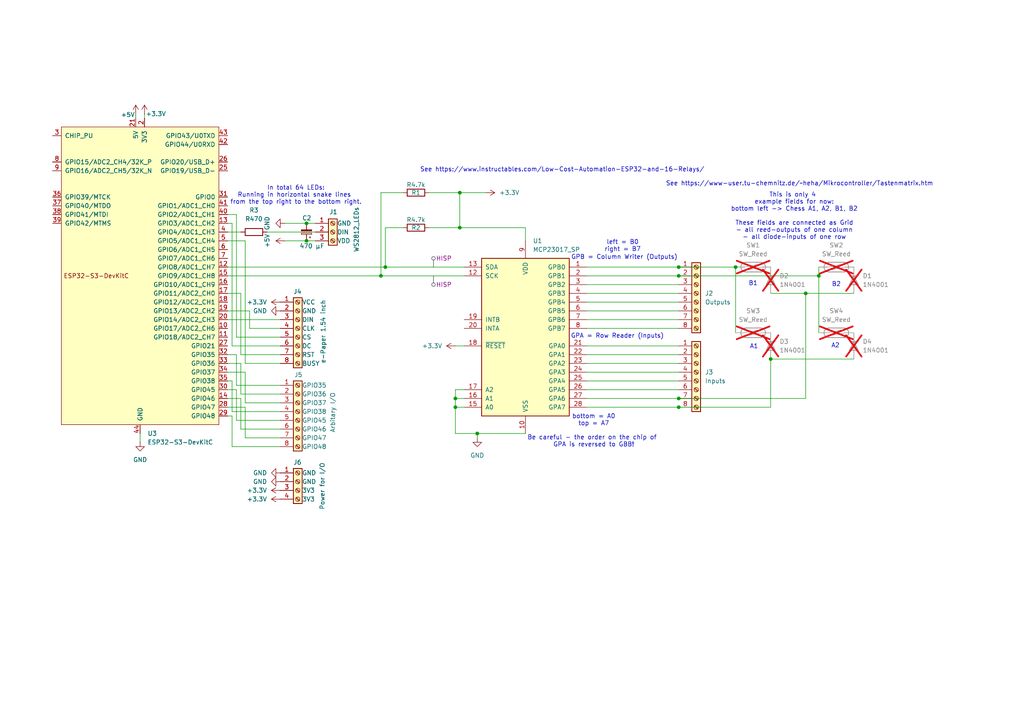
<source format=kicad_sch>
(kicad_sch (version 20250114) (generator "eeschema") (generator_version "9.0")
  (paper "A4")
  (lib_symbols
    (symbol "Connector:Screw_Terminal_01x03" (pin_names (offset 2.54))
      (property "Reference" "J1" (at -1.016 5.842 0))
      (property "Value" "WS2812_LEDs" (at 6.858 -5.842 90))
      (symbol "Screw_Terminal_01x03_1_1"
        (rectangle (start -1.27 3.81) (end 1.27 -3.81) (stroke (width 0.254)) (fill (type background)))
        (polyline (pts (xy -0.5334 2.8702) (xy 0.3302 2.032)) (stroke (width 0.1524)))
        (polyline (pts (xy -0.5334 0.3302) (xy 0.3302 -0.508)) (stroke (width 0.1524)))
        (polyline (pts (xy -0.5334 -2.2098) (xy 0.3302 -3.048)) (stroke (width 0.1524)))
        (polyline (pts (xy -0.3556 3.048) (xy 0.508 2.2098)) (stroke (width 0.1524)))
        (polyline (pts (xy -0.3556 0.508) (xy 0.508 -0.3302)) (stroke (width 0.1524)))
        (polyline (pts (xy -0.3556 -2.032) (xy 0.508 -2.8702)) (stroke (width 0.1524)))
        (circle (center 0 2.54) (radius 0.635) (stroke (width 0.1524)))
        (circle (center 0 0) (radius 0.635) (stroke (width 0.1524)))
        (circle (center 0 -2.54) (radius 0.635) (stroke (width 0.1524)))
        (pin power_in line (at -5.08 2.54 0) (length 3.81) (name "GND") (number "1"))
        (pin output line (at -5.08 0 0) (length 3.81) (name "DIN") (number "2"))
        (pin power_in line (at -5.08 -2.54 0) (length 3.81) (name "VDD") (number "3"))
      )
    )
    (symbol "Connector:Screw_Terminal_01x04" (pin_names (offset 2.54))
      (property "Reference" "J6" (at 2.54 0.0001 0))
      (property "Value" "Screw_Terminal_01x04" (at 8.382 -10.922 90))
      (symbol "Screw_Terminal_01x04_1_1"
        (rectangle (start -1.27 3.81) (end 1.27 -6.35) (stroke (width 0.254)) (fill (type background)))
        (polyline (pts (xy -0.5334 2.8702) (xy 0.3302 2.032)) (stroke (width 0.1524)))
        (polyline (pts (xy -0.5334 0.3302) (xy 0.3302 -0.508)) (stroke (width 0.1524)))
        (polyline (pts (xy -0.5334 -2.2098) (xy 0.3302 -3.048)) (stroke (width 0.1524)))
        (polyline (pts (xy -0.5334 -4.7498) (xy 0.3302 -5.588)) (stroke (width 0.1524)))
        (polyline (pts (xy -0.3556 3.048) (xy 0.508 2.2098)) (stroke (width 0.1524)))
        (polyline (pts (xy -0.3556 0.508) (xy 0.508 -0.3302)) (stroke (width 0.1524)))
        (polyline (pts (xy -0.3556 -2.032) (xy 0.508 -2.8702)) (stroke (width 0.1524)))
        (polyline (pts (xy -0.3556 -4.572) (xy 0.508 -5.4102)) (stroke (width 0.1524)))
        (circle (center 0 2.54) (radius 0.635) (stroke (width 0.1524)))
        (circle (center 0 0) (radius 0.635) (stroke (width 0.1524)))
        (circle (center 0 -2.54) (radius 0.635) (stroke (width 0.1524)))
        (circle (center 0 -5.08) (radius 0.635) (stroke (width 0.1524)))
        (pin passive line (at -5.08 2.54 0) (length 3.81) (name "GND") (number "1"))
        (pin passive line (at -5.08 0 0) (length 3.81) (name "GND") (number "2"))
        (pin passive line (at -5.08 -2.54 0) (length 3.81) (name "3V3") (number "3"))
        (pin passive line (at -5.08 -5.08 0) (length 3.81) (name "3V3") (number "4"))
      )
    )
    (symbol "Connector:Screw_Terminal_01x08" (pin_names (offset 1.016) (hide yes))
      (property "Reference" "J" (at 0 10.16 0))
      (property "Value" "Screw_Terminal_01x08" (at 0 -12.7 0))
      (symbol "Screw_Terminal_01x08_1_1"
        (rectangle (start -1.27 8.89) (end 1.27 -11.43) (stroke (width 0.254)) (fill (type background)))
        (polyline (pts (xy -0.5334 7.9502) (xy 0.3302 7.112)) (stroke (width 0.1524)))
        (polyline (pts (xy -0.5334 5.4102) (xy 0.3302 4.572)) (stroke (width 0.1524)))
        (polyline (pts (xy -0.5334 2.8702) (xy 0.3302 2.032)) (stroke (width 0.1524)))
        (polyline (pts (xy -0.5334 0.3302) (xy 0.3302 -0.508)) (stroke (width 0.1524)))
        (polyline (pts (xy -0.5334 -2.2098) (xy 0.3302 -3.048)) (stroke (width 0.1524)))
        (polyline (pts (xy -0.5334 -4.7498) (xy 0.3302 -5.588)) (stroke (width 0.1524)))
        (polyline (pts (xy -0.5334 -7.2898) (xy 0.3302 -8.128)) (stroke (width 0.1524)))
        (polyline (pts (xy -0.5334 -9.8298) (xy 0.3302 -10.668)) (stroke (width 0.1524)))
        (polyline (pts (xy -0.3556 8.128) (xy 0.508 7.2898)) (stroke (width 0.1524)))
        (polyline (pts (xy -0.3556 5.588) (xy 0.508 4.7498)) (stroke (width 0.1524)))
        (polyline (pts (xy -0.3556 3.048) (xy 0.508 2.2098)) (stroke (width 0.1524)))
        (polyline (pts (xy -0.3556 0.508) (xy 0.508 -0.3302)) (stroke (width 0.1524)))
        (polyline (pts (xy -0.3556 -2.032) (xy 0.508 -2.8702)) (stroke (width 0.1524)))
        (polyline (pts (xy -0.3556 -4.572) (xy 0.508 -5.4102)) (stroke (width 0.1524)))
        (polyline (pts (xy -0.3556 -7.112) (xy 0.508 -7.9502)) (stroke (width 0.1524)))
        (polyline (pts (xy -0.3556 -9.652) (xy 0.508 -10.4902)) (stroke (width 0.1524)))
        (circle (center 0 7.62) (radius 0.635) (stroke (width 0.1524)))
        (circle (center 0 5.08) (radius 0.635) (stroke (width 0.1524)))
        (circle (center 0 2.54) (radius 0.635) (stroke (width 0.1524)))
        (circle (center 0 0) (radius 0.635) (stroke (width 0.1524)))
        (circle (center 0 -2.54) (radius 0.635) (stroke (width 0.1524)))
        (circle (center 0 -5.08) (radius 0.635) (stroke (width 0.1524)))
        (circle (center 0 -7.62) (radius 0.635) (stroke (width 0.1524)))
        (circle (center 0 -10.16) (radius 0.635) (stroke (width 0.1524)))
        (pin passive line (at -5.08 7.62 0) (length 3.81) (name "Pin_1") (number "1"))
        (pin passive line (at -5.08 5.08 0) (length 3.81) (name "Pin_2") (number "2"))
        (pin passive line (at -5.08 2.54 0) (length 3.81) (name "Pin_3") (number "3"))
        (pin passive line (at -5.08 0 0) (length 3.81) (name "Pin_4") (number "4"))
        (pin passive line (at -5.08 -2.54 0) (length 3.81) (name "Pin_5") (number "5"))
        (pin passive line (at -5.08 -5.08 0) (length 3.81) (name "Pin_6") (number "6"))
        (pin passive line (at -5.08 -7.62 0) (length 3.81) (name "Pin_7") (number "7"))
        (pin passive line (at -5.08 -10.16 0) (length 3.81) (name "Pin_8") (number "8"))
      )
    )
    (symbol "Device:C_Polarized_Small" (pin_numbers (hide yes)) (pin_names (offset 0.254) (hide yes))
      (property "Reference" "C" (at 0.254 1.778 0))
      (property "Value" "C_Polarized_Small" (at 0.254 -2.032 0))
      (symbol "C_Polarized_Small_0_1"
        (rectangle (start -1.524 0.6858) (end 1.524 0.3048))
        (rectangle (start -1.524 -0.3048) (end 1.524 -0.6858) (fill (type outline)))
        (polyline (pts (xy -1.27 1.524) (xy -0.762 1.524)))
        (polyline (pts (xy -1.016 1.27) (xy -1.016 1.778)))
      )
      (symbol "C_Polarized_Small_1_1"
        (pin passive line (at 0 2.54 270) (length 1.8542) (name "~") (number "1"))
        (pin passive line (at 0 -2.54 90) (length 1.8542) (name "~") (number "2"))
      )
    )
    (symbol "Device:R" (pin_numbers (hide yes)) (pin_names (offset 0))
      (property "Reference" "R" (at 2.032 0 90))
      (property "Value" "R" (at 0 0 90))
      (symbol "R_0_1"
        (rectangle (start -1.016 -2.54) (end 1.016 2.54) (stroke (width 0.254)))
      )
      (symbol "R_1_1"
        (pin passive line (at 0 3.81 270) (length 1.27) (name "~") (number "1"))
        (pin passive line (at 0 -3.81 90) (length 1.27) (name "~") (number "2"))
      )
    )
    (symbol "Diode:1N4001" (pin_numbers (hide yes)) (pin_names (hide yes))
      (property "Reference" "D" (at 0 2.54 0))
      (property "Value" "1N4001" (at 0 -2.54 0))
      (symbol "1N4001_0_1"
        (polyline (pts (xy -1.27 1.27) (xy -1.27 -1.27)) (stroke (width 0.254)))
        (polyline (pts (xy 1.27 1.27) (xy 1.27 -1.27) (xy -1.27 0) (xy 1.27 1.27)) (stroke (width 0.254)))
        (polyline (pts (xy 1.27 0) (xy -1.27 0)))
      )
      (symbol "1N4001_1_1"
        (pin passive line (at -3.81 0 0) (length 2.54) (name "K") (number "1"))
        (pin passive line (at 3.81 0 180) (length 2.54) (name "A") (number "2"))
      )
    )
    (symbol "Interface_Expansion:MCP23017_SP" (pin_names (offset 1.016))
      (property "Reference" "U" (at -11.43 24.13 0))
      (property "Value" "MCP23017_SP" (at 0 0 0))
      (symbol "MCP23017_SP_0_1"
        (rectangle (start -12.7 22.86) (end 12.7 -22.86) (stroke (width 0.254)) (fill (type background)))
      )
      (symbol "MCP23017_SP_1_1"
        (pin bidirectional line (at -17.78 20.32 0) (length 5.08) (name "SDA") (number "13"))
        (pin input line (at -17.78 17.78 0) (length 5.08) (name "SCK") (number "12"))
        (pin tri_state line (at -17.78 5.08 0) (length 5.08) (name "INTB") (number "19"))
        (pin tri_state line (at -17.78 2.54 0) (length 5.08) (name "INTA") (number "20"))
        (pin input line (at -17.78 -2.54 0) (length 5.08) (name "~{RESET}") (number "18"))
        (pin input line (at -17.78 -15.24 0) (length 5.08) (name "A2") (number "17"))
        (pin input line (at -17.78 -17.78 0) (length 5.08) (name "A1") (number "16"))
        (pin input line (at -17.78 -20.32 0) (length 5.08) (name "A0") (number "15"))
        (pin no_connect line (at -12.7 15.24 0) (length 5.08) (hide yes) (name "NC") (number "11"))
        (pin no_connect line (at -12.7 12.7 0) (length 5.08) (hide yes) (name "NC") (number "14"))
        (pin power_in line (at 0 27.94 270) (length 5.08) (name "VDD") (number "9"))
        (pin power_in line (at 0 -27.94 90) (length 5.08) (name "VSS") (number "10"))
        (pin bidirectional line (at 17.78 20.32 180) (length 5.08) (name "GPB0") (number "1"))
        (pin bidirectional line (at 17.78 17.78 180) (length 5.08) (name "GPB1") (number "2"))
        (pin bidirectional line (at 17.78 15.24 180) (length 5.08) (name "GPB2") (number "3"))
        (pin bidirectional line (at 17.78 12.7 180) (length 5.08) (name "GPB3") (number "4"))
        (pin bidirectional line (at 17.78 10.16 180) (length 5.08) (name "GPB4") (number "5"))
        (pin bidirectional line (at 17.78 7.62 180) (length 5.08) (name "GPB5") (number "6"))
        (pin bidirectional line (at 17.78 5.08 180) (length 5.08) (name "GPB6") (number "7"))
        (pin output line (at 17.78 2.54 180) (length 5.08) (name "GPB7") (number "8"))
        (pin bidirectional line (at 17.78 -2.54 180) (length 5.08) (name "GPA0") (number "21"))
        (pin bidirectional line (at 17.78 -5.08 180) (length 5.08) (name "GPA1") (number "22"))
        (pin bidirectional line (at 17.78 -7.62 180) (length 5.08) (name "GPA2") (number "23"))
        (pin bidirectional line (at 17.78 -10.16 180) (length 5.08) (name "GPA3") (number "24"))
        (pin bidirectional line (at 17.78 -12.7 180) (length 5.08) (name "GPA4") (number "25"))
        (pin bidirectional line (at 17.78 -15.24 180) (length 5.08) (name "GPA5") (number "26"))
        (pin bidirectional line (at 17.78 -17.78 180) (length 5.08) (name "GPA6") (number "27"))
        (pin output line (at 17.78 -20.32 180) (length 5.08) (name "GPA7") (number "28"))
      )
    )
    (symbol "PCM_Espressif:ESP32-S3-DevKitC" (pin_names (offset 1.016))
      (property "Reference" "U" (at -22.86 48.26 0))
      (property "Value" "ESP32-S3-DevKitC" (at -22.86 45.72 0))
      (symbol "ESP32-S3-DevKitC_0_0"
        (text "ESP32-S3-DevKitC" (at -12.7 0 0) (effects (font (size 1.27 1.27))))
        (pin bidirectional line (at -25.4 15.24 0) (length 2.54) (name "GPIO42/MTMS") (number "39"))
        (pin power_in line (at 0 -45.72 90) (length 2.54) (name "GND") (number "44"))
        (pin bidirectional line (at 25.4 40.64 180) (length 2.54) (name "GPIO43/U0TXD") (number "43"))
        (pin bidirectional line (at 25.4 38.1 180) (length 2.54) (name "GPIO44/U0RXD") (number "42"))
        (pin bidirectional line (at 25.4 20.32 180) (length 2.54) (name "GPIO1/ADC1_CH0") (number "41"))
        (pin bidirectional line (at 25.4 17.78 180) (length 2.54) (name "GPIO2/ADC1_CH1") (number "40"))
        (pin bidirectional line (at 25.4 -10.16 180) (length 2.54) (name "GPIO13/ADC2_CH2") (number "19"))
        (pin bidirectional line (at 25.4 -35.56 180) (length 2.54) (name "GPIO46") (number "14"))
      )
      (symbol "ESP32-S3-DevKitC_0_1"
        (rectangle (start -22.86 43.18) (end 22.86 -43.18) (fill (type background)))
        (pin power_in line (at 1.27 45.72 270) (length 2.54) (name "3V3") (number "2"))
      )
      (symbol "ESP32-S3-DevKitC_1_1"
        (pin input line (at -25.4 40.64 0) (length 2.54) (name "CHIP_PU") (number "3"))
        (pin bidirectional line (at -25.4 33.02 0) (length 2.54) (name "GPIO15/ADC2_CH4/32K_P") (number "8"))
        (pin bidirectional line (at -25.4 30.48 0) (length 2.54) (name "GPIO16/ADC2_CH5/32K_N") (number "9"))
        (pin bidirectional line (at -25.4 22.86 0) (length 2.54) (name "GPIO39/MTCK") (number "36"))
        (pin bidirectional line (at -25.4 20.32 0) (length 2.54) (name "GPIO40/MTDO") (number "37"))
        (pin bidirectional line (at -25.4 17.78 0) (length 2.54) (name "GPIO41/MTDI") (number "38"))
        (pin power_in line (at -1.27 45.72 270) (length 2.54) (name "5V") (number "21"))
        (pin passive line (at 0 -45.72 90) (length 2.54) (hide yes) (name "GND") (number "22"))
        (pin passive line (at 0 -45.72 90) (length 2.54) (hide yes) (name "GND") (number "23"))
        (pin passive line (at 0 -45.72 90) (length 2.54) (hide yes) (name "GND") (number "24"))
        (pin passive line (at 1.27 45.72 270) (length 2.54) (hide yes) (name "3V3") (number "1"))
        (pin bidirectional line (at 25.4 33.02 180) (length 2.54) (name "GPIO20/USB_D+") (number "26"))
        (pin bidirectional line (at 25.4 30.48 180) (length 2.54) (name "GPIO19/USB_D-") (number "25"))
        (pin bidirectional line (at 25.4 22.86 180) (length 2.54) (name "GPIO0") (number "31"))
        (pin bidirectional line (at 25.4 15.24 180) (length 2.54) (name "GPIO3/ADC1_CH2") (number "13"))
        (pin bidirectional line (at 25.4 12.7 180) (length 2.54) (name "GPIO4/ADC1_CH3") (number "4"))
        (pin bidirectional line (at 25.4 10.16 180) (length 2.54) (name "GPIO5/ADC1_CH4") (number "5"))
        (pin bidirectional line (at 25.4 7.62 180) (length 2.54) (name "GPIO6/ADC1_CH5") (number "6"))
        (pin bidirectional line (at 25.4 5.08 180) (length 2.54) (name "GPIO7/ADC1_CH6") (number "7"))
        (pin bidirectional line (at 25.4 2.54 180) (length 2.54) (name "GPIO8/ADC1_CH7") (number "12"))
        (pin bidirectional line (at 25.4 0 180) (length 2.54) (name "GPIO9/ADC1_CH8") (number "15"))
        (pin bidirectional line (at 25.4 -2.54 180) (length 2.54) (name "GPIO10/ADC1_CH9") (number "16"))
        (pin bidirectional line (at 25.4 -5.08 180) (length 2.54) (name "GPIO11/ADC2_CH0") (number "17"))
        (pin bidirectional line (at 25.4 -7.62 180) (length 2.54) (name "GPIO12/ADC2_CH1") (number "18"))
        (pin bidirectional line (at 25.4 -12.7 180) (length 2.54) (name "GPIO14/ADC2_CH3") (number "20"))
        (pin bidirectional line (at 25.4 -15.24 180) (length 2.54) (name "GPIO17/ADC2_CH6") (number "10"))
        (pin bidirectional line (at 25.4 -17.78 180) (length 2.54) (name "GPIO18/ADC2_CH7") (number "11"))
        (pin bidirectional line (at 25.4 -20.32 180) (length 2.54) (name "GPIO21") (number "27"))
        (pin bidirectional line (at 25.4 -22.86 180) (length 2.54) (name "GPIO35") (number "32"))
        (pin bidirectional line (at 25.4 -25.4 180) (length 2.54) (name "GPIO36") (number "33"))
        (pin bidirectional line (at 25.4 -27.94 180) (length 2.54) (name "GPIO37") (number "34"))
        (pin bidirectional line (at 25.4 -30.48 180) (length 2.54) (name "GPIO38") (number "35"))
        (pin bidirectional line (at 25.4 -33.02 180) (length 2.54) (name "GPIO45") (number "30"))
        (pin bidirectional line (at 25.4 -38.1 180) (length 2.54) (name "GPIO47") (number "28"))
        (pin bidirectional line (at 25.4 -40.64 180) (length 2.54) (name "GPIO48") (number "29"))
      )
    )
    (symbol "Screw_Terminal_01x08_1" (pin_names (offset 2.54))
      (property "Reference" "J4" (at 2.54 0.0001 0))
      (property "Value" "e-Paper 1.54 inch" (at 2.54 -2.5399 0))
      (symbol "Screw_Terminal_01x08_1_1_1"
        (rectangle (start -1.27 8.89) (end 1.27 -11.43) (stroke (width 0.254)) (fill (type background)))
        (polyline (pts (xy -0.5334 7.9502) (xy 0.3302 7.112)) (stroke (width 0.1524)))
        (polyline (pts (xy -0.5334 5.4102) (xy 0.3302 4.572)) (stroke (width 0.1524)))
        (polyline (pts (xy -0.5334 2.8702) (xy 0.3302 2.032)) (stroke (width 0.1524)))
        (polyline (pts (xy -0.5334 0.3302) (xy 0.3302 -0.508)) (stroke (width 0.1524)))
        (polyline (pts (xy -0.5334 -2.2098) (xy 0.3302 -3.048)) (stroke (width 0.1524)))
        (polyline (pts (xy -0.5334 -4.7498) (xy 0.3302 -5.588)) (stroke (width 0.1524)))
        (polyline (pts (xy -0.5334 -7.2898) (xy 0.3302 -8.128)) (stroke (width 0.1524)))
        (polyline (pts (xy -0.5334 -9.8298) (xy 0.3302 -10.668)) (stroke (width 0.1524)))
        (polyline (pts (xy -0.3556 8.128) (xy 0.508 7.2898)) (stroke (width 0.1524)))
        (polyline (pts (xy -0.3556 5.588) (xy 0.508 4.7498)) (stroke (width 0.1524)))
        (polyline (pts (xy -0.3556 3.048) (xy 0.508 2.2098)) (stroke (width 0.1524)))
        (polyline (pts (xy -0.3556 0.508) (xy 0.508 -0.3302)) (stroke (width 0.1524)))
        (polyline (pts (xy -0.3556 -2.032) (xy 0.508 -2.8702)) (stroke (width 0.1524)))
        (polyline (pts (xy -0.3556 -4.572) (xy 0.508 -5.4102)) (stroke (width 0.1524)))
        (polyline (pts (xy -0.3556 -7.112) (xy 0.508 -7.9502)) (stroke (width 0.1524)))
        (polyline (pts (xy -0.3556 -9.652) (xy 0.508 -10.4902)) (stroke (width 0.1524)))
        (circle (center 0 7.62) (radius 0.635) (stroke (width 0.1524)))
        (circle (center 0 5.08) (radius 0.635) (stroke (width 0.1524)))
        (circle (center 0 2.54) (radius 0.635) (stroke (width 0.1524)))
        (circle (center 0 0) (radius 0.635) (stroke (width 0.1524)))
        (circle (center 0 -2.54) (radius 0.635) (stroke (width 0.1524)))
        (circle (center 0 -5.08) (radius 0.635) (stroke (width 0.1524)))
        (circle (center 0 -7.62) (radius 0.635) (stroke (width 0.1524)))
        (circle (center 0 -10.16) (radius 0.635) (stroke (width 0.1524)))
        (pin power_in line (at -5.08 7.62 0) (length 3.81) (name "VCC") (number "1"))
        (pin power_in line (at -5.08 5.08 0) (length 3.81) (name "GND") (number "2"))
        (pin passive line (at -5.08 2.54 0) (length 3.81) (name "DIN") (number "3"))
        (pin passive line (at -5.08 0 0) (length 3.81) (name "CLK") (number "4"))
        (pin passive line (at -5.08 -2.54 0) (length 3.81) (name "CS") (number "5"))
        (pin passive line (at -5.08 -5.08 0) (length 3.81) (name "DC") (number "6"))
        (pin passive line (at -5.08 -7.62 0) (length 3.81) (name "RST") (number "7"))
        (pin passive line (at -5.08 -10.16 0) (length 3.81) (name "BUSY") (number "8"))
      )
    )
    (symbol "Screw_Terminal_01x08_2" (pin_names (offset 2.54))
      (property "Reference" "J5" (at -1.27 10.922 0))
      (property "Value" "Arbitary I/O" (at 10.16 -6.096 90))
      (symbol "Screw_Terminal_01x08_2_1_1"
        (rectangle (start -1.27 8.89) (end 1.27 -11.43) (stroke (width 0.254)) (fill (type background)))
        (polyline (pts (xy -0.5334 7.9502) (xy 0.3302 7.112)) (stroke (width 0.1524)))
        (polyline (pts (xy -0.5334 5.4102) (xy 0.3302 4.572)) (stroke (width 0.1524)))
        (polyline (pts (xy -0.5334 2.8702) (xy 0.3302 2.032)) (stroke (width 0.1524)))
        (polyline (pts (xy -0.5334 0.3302) (xy 0.3302 -0.508)) (stroke (width 0.1524)))
        (polyline (pts (xy -0.5334 -2.2098) (xy 0.3302 -3.048)) (stroke (width 0.1524)))
        (polyline (pts (xy -0.5334 -4.7498) (xy 0.3302 -5.588)) (stroke (width 0.1524)))
        (polyline (pts (xy -0.5334 -7.2898) (xy 0.3302 -8.128)) (stroke (width 0.1524)))
        (polyline (pts (xy -0.5334 -9.8298) (xy 0.3302 -10.668)) (stroke (width 0.1524)))
        (polyline (pts (xy -0.3556 8.128) (xy 0.508 7.2898)) (stroke (width 0.1524)))
        (polyline (pts (xy -0.3556 5.588) (xy 0.508 4.7498)) (stroke (width 0.1524)))
        (polyline (pts (xy -0.3556 3.048) (xy 0.508 2.2098)) (stroke (width 0.1524)))
        (polyline (pts (xy -0.3556 0.508) (xy 0.508 -0.3302)) (stroke (width 0.1524)))
        (polyline (pts (xy -0.3556 -2.032) (xy 0.508 -2.8702)) (stroke (width 0.1524)))
        (polyline (pts (xy -0.3556 -4.572) (xy 0.508 -5.4102)) (stroke (width 0.1524)))
        (polyline (pts (xy -0.3556 -7.112) (xy 0.508 -7.9502)) (stroke (width 0.1524)))
        (polyline (pts (xy -0.3556 -9.652) (xy 0.508 -10.4902)) (stroke (width 0.1524)))
        (circle (center 0 7.62) (radius 0.635) (stroke (width 0.1524)))
        (circle (center 0 5.08) (radius 0.635) (stroke (width 0.1524)))
        (circle (center 0 2.54) (radius 0.635) (stroke (width 0.1524)))
        (circle (center 0 0) (radius 0.635) (stroke (width 0.1524)))
        (circle (center 0 -2.54) (radius 0.635) (stroke (width 0.1524)))
        (circle (center 0 -5.08) (radius 0.635) (stroke (width 0.1524)))
        (circle (center 0 -7.62) (radius 0.635) (stroke (width 0.1524)))
        (circle (center 0 -10.16) (radius 0.635) (stroke (width 0.1524)))
        (pin passive line (at -5.08 7.62 0) (length 3.81) (name "GPIO35") (number "1"))
        (pin passive line (at -5.08 5.08 0) (length 3.81) (name "GPIO36") (number "2"))
        (pin passive line (at -5.08 2.54 0) (length 3.81) (name "GPIO37") (number "3"))
        (pin passive line (at -5.08 0 0) (length 3.81) (name "GPIO38") (number "4"))
        (pin passive line (at -5.08 -2.54 0) (length 3.81) (name "GPIO45") (number "5"))
        (pin passive line (at -5.08 -5.08 0) (length 3.81) (name "GPIO46") (number "6"))
        (pin passive line (at -5.08 -7.62 0) (length 3.81) (name "GPIO47") (number "7"))
        (pin passive line (at -5.08 -10.16 0) (length 3.81) (name "GPIO48") (number "8"))
      )
    )
    (symbol "Switch:SW_Reed" (pin_numbers (hide yes)) (pin_names (offset 0) (hide yes))
      (property "Reference" "SW" (at 0 2.54 0))
      (property "Value" "SW_Reed" (at 0 -2.54 0))
      (symbol "SW_Reed_0_0"
        (polyline (pts (xy -2.54 0) (xy 1.27 0.762)))
        (polyline (pts (xy -2.159 -1.397) (xy 2.286 -1.397)) (stroke (width 0.254)))
        (arc (start -2.159 -1.397) (mid -3.55 0) (end -2.159 1.397) (stroke (width 0.254)))
        (arc (start 2.159 1.397) (mid 3.55 0) (end 2.159 -1.397) (stroke (width 0.254)))
        (polyline (pts (xy 2.159 1.397) (xy -2.159 1.397)) (stroke (width 0.254)))
        (polyline (pts (xy 2.54 0) (xy -1.27 -0.762)))
      )
      (symbol "SW_Reed_1_1"
        (pin passive line (at -5.08 0 0) (length 2.54) (name "1") (number "1"))
        (pin passive line (at 5.08 0 180) (length 2.54) (name "2") (number "2"))
      )
    )
    (symbol "power:+3.3V" (power) (pin_numbers (hide yes)) (pin_names (offset 0) (hide yes))
      (property "Value" "+3.3V" (at 0 3.556 0))
      (symbol "+3.3V_0_1"
        (polyline (pts (xy -0.762 1.27) (xy 0 2.54)))
        (polyline (pts (xy 0 2.54) (xy 0.762 1.27)))
        (polyline (pts (xy 0 0) (xy 0 2.54)))
      )
      (symbol "+3.3V_1_1"
        (pin power_in line (at 0 0 90) (length 0) (name "~") (number "1"))
      )
    )
    (symbol "power:+5V" (power) (pin_numbers (hide yes)) (pin_names (offset 0) (hide yes))
      (property "Value" "+5V" (at 0 3.556 0))
      (symbol "+5V_0_1"
        (polyline (pts (xy -0.762 1.27) (xy 0 2.54)))
        (polyline (pts (xy 0 2.54) (xy 0.762 1.27)))
        (polyline (pts (xy 0 0) (xy 0 2.54)))
      )
      (symbol "+5V_1_1"
        (pin power_in line (at 0 0 90) (length 0) (name "~") (number "1"))
      )
    )
    (symbol "power:GND" (power) (pin_numbers (hide yes)) (pin_names (offset 0) (hide yes))
      (property "Value" "GND" (at 0 -3.81 0))
      (symbol "GND_0_1"
        (polyline (pts (xy 0 0) (xy 0 -1.27) (xy 1.27 -1.27) (xy 0 -2.54) (xy -1.27 -1.27) (xy 0 -1.27)))
      )
      (symbol "GND_1_1"
        (pin power_in line (at 0 0 270) (length 0) (name "~") (number "1"))
      )
    )
  )
  (text "bottom = A0\ntop = A7\n\nBe careful - the order on the chip of \nGPA is reversed to GBB!" (at 172.212 124.968 0) (effects (font (size 1.27 1.27))))
  (text "In total 64 LEDs:\nRunning in horízontal snake lines \nfrom the top right to the bottom right." (at 85.852 56.642 0) (effects (font (size 1.27 1.27))))
  (text "GPB = Column Writer (Outputs)" (at 181.102 74.676 0) (effects (font (size 1.27 1.27))))
  (text "B2" (at 242.57 82.55 0) (effects (font (size 1.27 1.27))))
  (text "B1" (at 218.44 82.296 0) (effects (font (size 1.27 1.27))))
  (text "left = B0\nright = B7" (at 180.594 71.374 0) (effects (font (size 1.27 1.27))))
  (text "A1" (at 218.694 100.584 0) (effects (font (size 1.27 1.27))))
  (text "GPA = Row Reader (Inputs)" (at 179.07 97.536 0) (effects (font (size 1.27 1.27))))
  (text "This is only 4 \nexample fields for now:\nbottom left -> Chess A1, A2, B1, B2\n\nThese fields are connected as Grid\n- all reed-outputs of one column\n- all diode-inputs of one row" (at 230.378 62.738 0) (effects (font (size 1.27 1.27))))
  (text "See https://www.instructables.com/Low-Cost-Automation-ESP32-and-16-Relays/" (at 163.068 49.276 0) (effects (font (size 1.27 1.27))))
  (text "A2" (at 242.316 100.33 0) (effects (font (size 1.27 1.27))))
  (text "See https://www-user.tu-chemnitz.de/~heha/Mikrocontroller/Tastenmatrix.htm" (at 231.902 53.34 0) (effects (font (size 1.27 1.27))))
  (junction (at 133.35 66.04))
  (junction (at 132.08 118.11))
  (junction (at 132.08 115.57))
  (junction (at 196.85 115.57))
  (junction (at 133.35 55.88))
  (junction (at 237.49 80.01))
  (junction (at 196.85 118.11))
  (junction (at 88.9 69.85))
  (junction (at 111.76 77.47))
  (junction (at 223.52 104.14))
  (junction (at 88.9 64.77))
  (junction (at 196.85 80.01))
  (junction (at 196.85 77.47))
  (junction (at 233.68 85.09))
  (junction (at 138.43 125.73))
  (junction (at 213.36 77.47))
  (junction (at 110.49 80.01))
  (wire (pts (xy 132.08 115.57) (xy 134.62 115.57)))
  (wire (pts (xy 69.85 85.09) (xy 69.85 102.87)))
  (wire (pts (xy 40.64 125.73) (xy 40.64 128.27)))
  (wire (pts (xy 237.49 80.01) (xy 237.49 96.52)))
  (wire (pts (xy 132.08 113.03) (xy 132.08 115.57)))
  (wire (pts (xy 66.04 110.49) (xy 67.31 110.49)))
  (wire (pts (xy 82.55 64.77) (xy 88.9 64.77)))
  (wire (pts (xy 68.58 111.76) (xy 81.28 111.76)))
  (wire (pts (xy 170.18 85.09) (xy 196.85 85.09)))
  (wire (pts (xy 133.35 55.88) (xy 140.97 55.88)))
  (wire (pts (xy 124.46 66.04) (xy 133.35 66.04)))
  (wire (pts (xy 67.31 100.33) (xy 81.28 100.33)))
  (wire (pts (xy 72.39 90.17) (xy 66.04 90.17)))
  (wire (pts (xy 237.49 77.47) (xy 237.49 80.01)))
  (wire (pts (xy 71.12 127) (xy 81.28 127)))
  (wire (pts (xy 68.58 62.23) (xy 68.58 97.79)))
  (wire (pts (xy 223.52 118.11) (xy 196.85 118.11)))
  (wire (pts (xy 71.12 69.85) (xy 71.12 105.41)))
  (wire (pts (xy 67.31 119.38) (xy 81.28 119.38)))
  (wire (pts (xy 152.4 66.04) (xy 133.35 66.04)))
  (wire (pts (xy 132.08 125.73) (xy 138.43 125.73)))
  (wire (pts (xy 110.49 80.01) (xy 134.62 80.01)))
  (wire (pts (xy 213.36 77.47) (xy 213.36 96.52)))
  (wire (pts (xy 170.18 100.33) (xy 196.85 100.33)))
  (wire (pts (xy 68.58 113.03) (xy 68.58 121.92)))
  (wire (pts (xy 170.18 110.49) (xy 196.85 110.49)))
  (wire (pts (xy 170.18 87.63) (xy 196.85 87.63)))
  (wire (pts (xy 69.85 102.87) (xy 81.28 102.87)))
  (wire (pts (xy 77.47 67.31) (xy 91.44 67.31)))
  (wire (pts (xy 81.28 95.25) (xy 72.39 95.25)))
  (wire (pts (xy 66.04 102.87) (xy 68.58 102.87)))
  (wire (pts (xy 223.52 104.14) (xy 247.65 104.14)))
  (wire (pts (xy 138.43 125.73) (xy 138.43 127)))
  (wire (pts (xy 196.85 118.11) (xy 170.18 118.11)))
  (wire (pts (xy 69.85 124.46) (xy 81.28 124.46)))
  (wire (pts (xy 66.04 85.09) (xy 69.85 85.09)))
  (wire (pts (xy 66.04 105.41) (xy 69.85 105.41)))
  (wire (pts (xy 110.49 55.88) (xy 110.49 80.01)))
  (wire (pts (xy 66.04 107.95) (xy 71.12 107.95)))
  (wire (pts (xy 170.18 102.87) (xy 196.85 102.87)))
  (wire (pts (xy 124.46 55.88) (xy 133.35 55.88)))
  (wire (pts (xy 111.76 77.47) (xy 111.76 66.04)))
  (wire (pts (xy 196.85 80.01) (xy 237.49 80.01)))
  (wire (pts (xy 223.52 104.14) (xy 223.52 118.11)))
  (wire (pts (xy 170.18 90.17) (xy 196.85 90.17)))
  (wire (pts (xy 233.68 85.09) (xy 247.65 85.09)))
  (wire (pts (xy 223.52 85.09) (xy 233.68 85.09)))
  (wire (pts (xy 41.91 33.02) (xy 41.91 34.29)))
  (wire (pts (xy 66.04 113.03) (xy 68.58 113.03)))
  (wire (pts (xy 66.04 77.47) (xy 111.76 77.47)))
  (wire (pts (xy 66.04 62.23) (xy 68.58 62.23)))
  (wire (pts (xy 110.49 55.88) (xy 116.84 55.88)))
  (wire (pts (xy 170.18 92.71) (xy 196.85 92.71)))
  (wire (pts (xy 170.18 95.25) (xy 196.85 95.25)))
  (wire (pts (xy 71.12 116.84) (xy 81.28 116.84)))
  (wire (pts (xy 196.85 115.57) (xy 233.68 115.57)))
  (wire (pts (xy 111.76 66.04) (xy 116.84 66.04)))
  (wire (pts (xy 66.04 67.31) (xy 69.85 67.31)))
  (wire (pts (xy 69.85 114.3) (xy 81.28 114.3)))
  (wire (pts (xy 196.85 77.47) (xy 213.36 77.47)))
  (wire (pts (xy 71.12 118.11) (xy 71.12 127)))
  (wire (pts (xy 111.76 77.47) (xy 134.62 77.47)))
  (wire (pts (xy 138.43 125.73) (xy 152.4 125.73)))
  (wire (pts (xy 233.68 85.09) (xy 233.68 115.57)))
  (wire (pts (xy 66.04 120.65) (xy 67.31 120.65)))
  (wire (pts (xy 71.12 105.41) (xy 81.28 105.41)))
  (wire (pts (xy 170.18 80.01) (xy 196.85 80.01)))
  (wire (pts (xy 88.9 64.77) (xy 91.44 64.77)))
  (wire (pts (xy 67.31 110.49) (xy 67.31 119.38)))
  (wire (pts (xy 170.18 82.55) (xy 196.85 82.55)))
  (wire (pts (xy 82.55 69.85) (xy 88.9 69.85)))
  (wire (pts (xy 133.35 66.04) (xy 133.35 55.88)))
  (wire (pts (xy 71.12 107.95) (xy 71.12 116.84)))
  (wire (pts (xy 68.58 121.92) (xy 81.28 121.92)))
  (wire (pts (xy 170.18 105.41) (xy 196.85 105.41)))
  (wire (pts (xy 66.04 115.57) (xy 69.85 115.57)))
  (wire (pts (xy 69.85 105.41) (xy 69.85 114.3)))
  (wire (pts (xy 66.04 118.11) (xy 71.12 118.11)))
  (wire (pts (xy 88.9 69.85) (xy 91.44 69.85)))
  (wire (pts (xy 66.04 64.77) (xy 67.31 64.77)))
  (wire (pts (xy 67.31 129.54) (xy 81.28 129.54)))
  (wire (pts (xy 39.37 33.02) (xy 39.37 34.29)))
  (wire (pts (xy 72.39 95.25) (xy 72.39 90.17)))
  (wire (pts (xy 170.18 113.03) (xy 196.85 113.03)))
  (wire (pts (xy 68.58 102.87) (xy 68.58 111.76)))
  (wire (pts (xy 66.04 80.01) (xy 110.49 80.01)))
  (wire (pts (xy 134.62 113.03) (xy 132.08 113.03)))
  (wire (pts (xy 66.04 69.85) (xy 71.12 69.85)))
  (wire (pts (xy 69.85 115.57) (xy 69.85 124.46)))
  (wire (pts (xy 196.85 77.47) (xy 170.18 77.47)))
  (wire (pts (xy 170.18 115.57) (xy 196.85 115.57)))
  (wire (pts (xy 68.58 97.79) (xy 81.28 97.79)))
  (wire (pts (xy 132.08 115.57) (xy 132.08 118.11)))
  (wire (pts (xy 170.18 107.95) (xy 196.85 107.95)))
  (wire (pts (xy 132.08 100.33) (xy 134.62 100.33)))
  (wire (pts (xy 132.08 118.11) (xy 132.08 125.73)))
  (wire (pts (xy 152.4 69.85) (xy 152.4 66.04)))
  (wire (pts (xy 67.31 120.65) (xy 67.31 129.54)))
  (wire (pts (xy 66.04 92.71) (xy 81.28 92.71)))
  (wire (pts (xy 134.62 118.11) (xy 132.08 118.11)))
  (wire (pts (xy 67.31 64.77) (xy 67.31 100.33)))
  (netclass_flag "" (length 2.54) (shape round) (at 125.73 80.01 180) (property "Netclass" "HISP" (at 126.4285 82.55 0) (effects (justify left))))
  (netclass_flag "" (length 2.54) (shape round) (at 125.73 77.47 0) (property "Netclass" "HISP" (at 126.4285 74.93 0) (effects (justify left))))
  (symbol (lib_id "power:+5V") (at 39.37 33.02 0) (unit 1)
    (property "Reference" "#PWR07" (effects (hide yes)))
    (property "Value" "+5V" (at 37.084 33.274 0))
    (property "Description" "Power symbol creates a global label with name \"+5V\"" (effects (hide yes)))
  )
  (symbol (lib_id "power:GND") (at 81.28 139.7 270) (unit 1)
    (property "Reference" "#PWR013" (effects (hide yes)))
    (property "Value" "GND" (at 77.47 139.6999 90) (effects (justify right)))
    (property "Description" "Power symbol creates a global label with name \"GND\" , ground" (effects (hide yes)))
  )
  (symbol (lib_id "power:+5V") (at 82.55 69.85 90) (unit 1)
    (property "Reference" "#PWR04" (effects (hide yes)))
    (property "Value" "+5V" (at 77.47 69.85 0))
    (property "Description" "Power symbol creates a global label with name \"+5V\"" (effects (hide yes)))
  )
  (symbol (lib_id "PCM_Espressif:ESP32-S3-DevKitC") (at 40.64 80.01 0) (unit 1)
    (property "Reference" "U3" (at 42.7833 125.73 0) (effects (justify left)))
    (property "Value" "ESP32-S3-DevKitC" (at 42.7833 128.27 0) (effects (justify left)))
    (property "Footprint" "PCM_Espressif:ESP32-S3-DevKitC" (effects (hide yes)))
    (property "Description" "ESP32-S3-DevKitC" (effects (hide yes)))
  )
  (symbol (lib_id "Switch:SW_Reed") (at 242.57 77.47 0) (unit 1) (in_bom no) (on_board no) (dnp yes)
    (property "Reference" "SW2" (at 242.57 71.12 0))
    (property "Value" "SW_Reed" (at 242.57 73.66 0))
    (property "Description" "reed switch" (effects (hide yes)))
  )
  (symbol (lib_id "Connector:Screw_Terminal_01x08") (at 201.93 85.09 0) (unit 1)
    (property "Reference" "J2" (at 204.47 85.0899 0) (effects (justify left)))
    (property "Value" "Outputs" (at 204.47 87.6299 0) (effects (justify left)))
    (property "Footprint" "TerminalBlock_Phoenix:TerminalBlock_Phoenix_MKDS-1,5-8-5.08_1x08_P5.08mm_Horizontal" (effects (hide yes)))
    (property "Description" "Generic screw terminal, single row, 01x08, script generated (kicad-library-utils/schlib/autogen/connector/)" (effects (hide yes)))
  )
  (symbol (lib_id "Device:R") (at 73.66 67.31 90) (unit 1)
    (property "Reference" "R3" (at 73.66 60.96 90))
    (property "Value" "R470" (at 73.66 63.5 90))
    (property "Footprint" "Resistor_THT:R_Axial_DIN0207_L6.3mm_D2.5mm_P7.62mm_Horizontal" (effects (hide yes)))
    (property "Description" "Resistor" (effects (hide yes)))
  )
  (symbol (lib_id "power:+3.3V") (at 81.28 142.24 90) (unit 1)
    (property "Reference" "#PWR014" (effects (hide yes)))
    (property "Value" "+3.3V" (at 77.47 142.2399 90) (effects (justify left)))
    (property "Description" "Power symbol creates a global label with name \"+3.3V\"" (effects (hide yes)))
  )
  (symbol (lib_id "power:GND") (at 138.43 127 0) (unit 1)
    (property "Reference" "#PWR02" (effects (hide yes)))
    (property "Value" "GND" (at 138.43 132.08 0))
    (property "Description" "Power symbol creates a global label with name \"GND\" , ground" (effects (hide yes)))
  )
  (symbol (lib_id "Switch:SW_Reed") (at 218.44 77.47 0) (unit 1) (in_bom no) (on_board no) (dnp yes)
    (property "Reference" "SW1" (at 218.44 71.12 0))
    (property "Value" "SW_Reed" (at 218.44 73.66 0))
    (property "Description" "reed switch" (effects (hide yes)))
  )
  (symbol (lib_id "power:+3.3V") (at 140.97 55.88 270) (unit 1)
    (property "Reference" "#PWR01" (effects (hide yes)))
    (property "Value" "+3.3V" (at 144.78 55.8799 90) (effects (justify left)))
    (property "Description" "Power symbol creates a global label with name \"+3.3V\"" (effects (hide yes)))
  )
  (symbol (lib_id "Interface_Expansion:MCP23017_SP") (at 152.4 97.79 0) (unit 1)
    (property "Reference" "U1" (at 154.5433 69.85 0) (effects (justify left)))
    (property "Value" "MCP23017_SP" (at 154.5433 72.39 0) (effects (justify left)))
    (property "Footprint" "Package_DIP:DIP-28_W7.62mm" (effects (hide yes)))
    (property "Datasheet" "https://ww1.microchip.com/downloads/aemDocuments/documents/APID/ProductDocuments/DataSheets/MCP23017-Data-Sheet-DS20001952.pdf" (effects (hide yes)))
    (property "Description" "16-bit I/O expander, I2C, interrupts, w pull-ups, SPDIP-28" (effects (hide yes)))
  )
  (symbol (lib_id "Diode:1N4001") (at 247.65 81.28 270) (unit 1) (in_bom no) (on_board no) (dnp yes)
    (property "Reference" "D1" (at 250.19 80.0099 90) (effects (justify left)))
    (property "Value" "1N4001" (at 250.19 82.5499 90) (effects (justify left)))
    (property "Footprint" "Diode_THT:D_DO-41_SOD81_P10.16mm_Horizontal" (effects (hide yes)))
    (property "Datasheet" "http://www.vishay.com/docs/88503/1n4001.pdf" (effects (hide yes)))
    (property "Description" "50V 1A General Purpose Rectifier Diode, DO-41" (effects (hide yes)))
    (property "Sim.Device" "D" (effects (hide yes)))
    (property "Sim.Pins" "1=K 2=A" (effects (hide yes)))
  )
  (symbol (lib_id "Diode:1N4001") (at 247.65 100.33 270) (unit 1) (in_bom no) (on_board no) (dnp yes)
    (property "Reference" "D4" (at 250.19 99.0599 90) (effects (justify left)))
    (property "Value" "1N4001" (at 250.19 101.5999 90) (effects (justify left)))
    (property "Footprint" "Diode_THT:D_DO-41_SOD81_P10.16mm_Horizontal" (effects (hide yes)))
    (property "Datasheet" "http://www.vishay.com/docs/88503/1n4001.pdf" (effects (hide yes)))
    (property "Description" "50V 1A General Purpose Rectifier Diode, DO-41" (effects (hide yes)))
    (property "Sim.Device" "D" (effects (hide yes)))
    (property "Sim.Pins" "1=K 2=A" (effects (hide yes)))
  )
  (symbol (lib_id "power:GND") (at 82.55 64.77 270) (unit 1)
    (property "Reference" "#PWR03" (effects (hide yes)))
    (property "Value" "GND" (at 77.47 64.77 0))
    (property "Description" "Power symbol creates a global label with name \"GND\" , ground" (effects (hide yes)))
  )
  (symbol (lib_id "Switch:SW_Reed") (at 242.57 96.52 0) (unit 1) (in_bom no) (on_board no) (dnp yes)
    (property "Reference" "SW4" (at 242.57 90.17 0))
    (property "Value" "SW_Reed" (at 242.57 92.71 0))
    (property "Description" "reed switch" (effects (hide yes)))
  )
  (symbol (lib_id "Connector:Screw_Terminal_01x03") (at 96.52 67.31 0) (unit 1)
    (property "Reference" "J1" (at 95.504 61.468 0) (effects (justify left)))
    (property "Value" "WS2812_LEDs" (at 103.378 73.152 90) (effects (justify left)))
    (property "Footprint" "TerminalBlock_Phoenix:TerminalBlock_Phoenix_MKDS-1,5-3-5.08_1x03_P5.08mm_Horizontal" (effects (hide yes)))
    (property "Datasheet" "kicad-embed://datenblatt-731986-ptr-hartmann-50350020001fv-schraubklemmblock-150-mm-polzahl-2-gruen-1-st.pdf" (effects (hide yes)))
    (property "Description" "Screw terminal to WS2812 leds" (effects (hide yes)))
  )
  (symbol (lib_id "Device:C_Polarized_Small") (at 88.9 67.31 180) (unit 1)
    (property "Reference" "C2" (at 87.63 63.246 0) (effects (justify right)))
    (property "Value" "470 µF" (at 86.868 71.374 0) (effects (justify right)))
    (property "Footprint" "Capacitor_THT:CP_Radial_D10.0mm_P5.00mm" (effects (hide yes)))
    (property "Description" "Polarized capacitor, small symbol" (effects (hide yes)))
  )
  (symbol (lib_id "power:+3.3V") (at 132.08 100.33 90) (unit 1)
    (property "Reference" "#PWR08" (effects (hide yes)))
    (property "Value" "+3.3V" (at 128.27 100.3299 90) (effects (justify left)))
    (property "Description" "Power symbol creates a global label with name \"+3.3V\"" (effects (hide yes)))
  )
  (symbol (lib_id "Connector:Screw_Terminal_01x04") (at 86.36 139.7 0) (unit 1)
    (property "Reference" "J6" (at 85.09 134.112 0) (effects (justify left)))
    (property "Value" "Power for I/O" (at 93.472 147.828 90) (effects (justify left)))
    (property "Footprint" "TerminalBlock_Phoenix:TerminalBlock_Phoenix_MKDS-1,5-4-5.08_1x04_P5.08mm_Horizontal" (effects (hide yes)))
    (property "Description" "Generic screw terminal, single row, 01x04, script generated (kicad-library-utils/schlib/autogen/connector/)" (effects (hide yes)))
  )
  (symbol (lib_id "power:+3.3V") (at 81.28 144.78 90) (unit 1)
    (property "Reference" "#PWR011" (effects (hide yes)))
    (property "Value" "+3.3V" (at 77.47 144.7799 90) (effects (justify left)))
    (property "Description" "Power symbol creates a global label with name \"+3.3V\"" (effects (hide yes)))
  )
  (symbol (lib_id "Connector:Screw_Terminal_01x08") (at 201.93 107.95 0) (unit 1)
    (property "Reference" "J3" (at 204.47 107.9499 0) (effects (justify left)))
    (property "Value" "Inputs" (at 204.47 110.4899 0) (effects (justify left)))
    (property "Footprint" "TerminalBlock_Phoenix:TerminalBlock_Phoenix_MKDS-1,5-8-5.08_1x08_P5.08mm_Horizontal" (effects (hide yes)))
    (property "Description" "Generic screw terminal, single row, 01x08, script generated (kicad-library-utils/schlib/autogen/connector/)" (effects (hide yes)))
  )
  (symbol (lib_id "power:GND") (at 81.28 90.17 270) (unit 1)
    (property "Reference" "#PWR010" (effects (hide yes)))
    (property "Value" "GND" (at 77.47 90.1699 90) (effects (justify right)))
    (property "Description" "Power symbol creates a global label with name \"GND\" , ground" (effects (hide yes)))
  )
  (symbol (lib_id "Switch:SW_Reed") (at 218.44 96.52 0) (unit 1) (in_bom no) (on_board no) (dnp yes)
    (property "Reference" "SW3" (at 218.44 90.17 0))
    (property "Value" "SW_Reed" (at 218.44 92.71 0))
    (property "Description" "reed switch" (effects (hide yes)))
  )
  (symbol (lib_id "Diode:1N4001") (at 223.52 100.33 270) (unit 1) (in_bom no) (on_board no) (dnp yes)
    (property "Reference" "D3" (at 226.06 99.0599 90) (effects (justify left)))
    (property "Value" "1N4001" (at 226.06 101.5999 90) (effects (justify left)))
    (property "Footprint" "Diode_THT:D_DO-41_SOD81_P10.16mm_Horizontal" (effects (hide yes)))
    (property "Datasheet" "http://www.vishay.com/docs/88503/1n4001.pdf" (effects (hide yes)))
    (property "Description" "50V 1A General Purpose Rectifier Diode, DO-41" (effects (hide yes)))
    (property "Sim.Device" "D" (effects (hide yes)))
    (property "Sim.Pins" "1=K 2=A" (effects (hide yes)))
  )
  (symbol (lib_id "power:+3.3V") (at 41.91 33.02 0) (unit 1)
    (property "Reference" "#PWR06" (effects (hide yes)))
    (property "Value" "+3.3V" (at 45.212 33.02 0))
    (property "Description" "Power symbol creates a global label with name \"+3.3V\"" (effects (hide yes)))
  )
  (symbol (lib_id "Device:R") (at 120.65 55.88 90) (unit 1)
    (property "Reference" "R1" (at 120.65 55.88 90))
    (property "Value" "R4.7k" (at 120.65 53.594 90))
    (property "Footprint" "Resistor_THT:R_Axial_DIN0207_L6.3mm_D2.5mm_P7.62mm_Horizontal" (effects (hide yes)))
    (property "Description" "Resistor" (effects (hide yes)))
  )
  (symbol (lib_id "power:GND") (at 81.28 137.16 270) (unit 1)
    (property "Reference" "#PWR012" (effects (hide yes)))
    (property "Value" "GND" (at 77.47 137.1599 90) (effects (justify right)))
    (property "Description" "Power symbol creates a global label with name \"GND\" , ground" (effects (hide yes)))
  )
  (symbol (lib_id "Diode:1N4001") (at 223.52 81.28 270) (unit 1) (in_bom no) (on_board no) (dnp yes)
    (property "Reference" "D2" (at 226.06 80.0099 90) (effects (justify left)))
    (property "Value" "1N4001" (at 226.06 82.5499 90) (effects (justify left)))
    (property "Footprint" "Diode_THT:D_DO-41_SOD81_P10.16mm_Horizontal" (effects (hide yes)))
    (property "Datasheet" "http://www.vishay.com/docs/88503/1n4001.pdf" (effects (hide yes)))
    (property "Description" "50V 1A General Purpose Rectifier Diode, DO-41" (effects (hide yes)))
    (property "Sim.Device" "D" (effects (hide yes)))
    (property "Sim.Pins" "1=K 2=A" (effects (hide yes)))
  )
  (symbol (lib_id "power:GND") (at 40.64 128.27 0) (unit 1)
    (property "Reference" "#PWR05" (effects (hide yes)))
    (property "Value" "GND" (at 40.64 133.35 0))
    (property "Description" "Power symbol creates a global label with name \"GND\" , ground" (effects (hide yes)))
  )
  (symbol (lib_name "Screw_Terminal_01x08_1") (lib_id "Connector:Screw_Terminal_01x08") (at 86.36 95.25 0) (unit 1)
    (property "Reference" "J4" (at 85.09 84.582 0) (effects (justify left)))
    (property "Value" "e-Paper 1.54 inch" (at 93.726 105.41 90) (effects (justify left)))
    (property "Footprint" "TerminalBlock_Phoenix:TerminalBlock_Phoenix_MKDS-1,5-8-5.08_1x08_P5.08mm_Horizontal" (effects (hide yes)))
    (property "Datasheet" "kicad-embed://1.54inch_e-paper_V2_Datasheet.pdf" (effects (hide yes)))
    (property "Description" "Generic screw terminal, single row, 01x08, script generated (kicad-library-utils/schlib/autogen/connector/)" (effects (hide yes)))
  )
  (symbol (lib_name "Screw_Terminal_01x08_2") (lib_id "Connector:Screw_Terminal_01x08") (at 86.36 119.38 0) (unit 1)
    (property "Reference" "J5" (at 85.344 108.712 0) (effects (justify left)))
    (property "Value" "Arbitary I/O" (at 96.52 125.476 90) (effects (justify left)))
    (property "Footprint" "TerminalBlock_Phoenix:TerminalBlock_Phoenix_MKDS-1,5-8-5.08_1x08_P5.08mm_Horizontal" (effects (hide yes)))
    (property "Description" "Generic screw terminal, single row, 01x08, script generated (kicad-library-utils/schlib/autogen/connector/)" (effects (hide yes)))
  )
  (symbol (lib_id "Device:R") (at 120.65 66.04 90) (unit 1)
    (property "Reference" "R2" (at 120.65 66.04 90))
    (property "Value" "R4.7k" (at 120.65 63.754 90))
    (property "Footprint" "Resistor_THT:R_Axial_DIN0207_L6.3mm_D2.5mm_P7.62mm_Horizontal" (effects (hide yes)))
    (property "Description" "Resistor" (effects (hide yes)))
  )
  (symbol (lib_id "power:+3.3V") (at 81.28 87.63 90) (unit 1)
    (property "Reference" "#PWR09" (effects (hide yes)))
    (property "Value" "+3.3V" (at 77.47 87.6299 90) (effects (justify left)))
    (property "Description" "Power symbol creates a global label with name \"+3.3V\"" (effects (hide yes)))
  )
)
</source>
